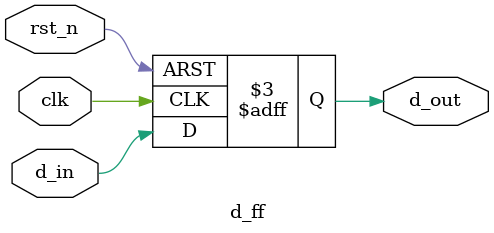
<source format=sv>
`timescale 1ns / 1ps


module d_ff(
input clk, 
input rst_n,
input d_in,
output logic d_out
    );
    always_ff @(posedge clk, negedge rst_n)
    begin : ASYNC_RST
    if(!rst_n)
    d_out <= 'b0;
    else 
    d_out <= d_in;
    end : ASYNC_RST
endmodule : d_ff

</source>
